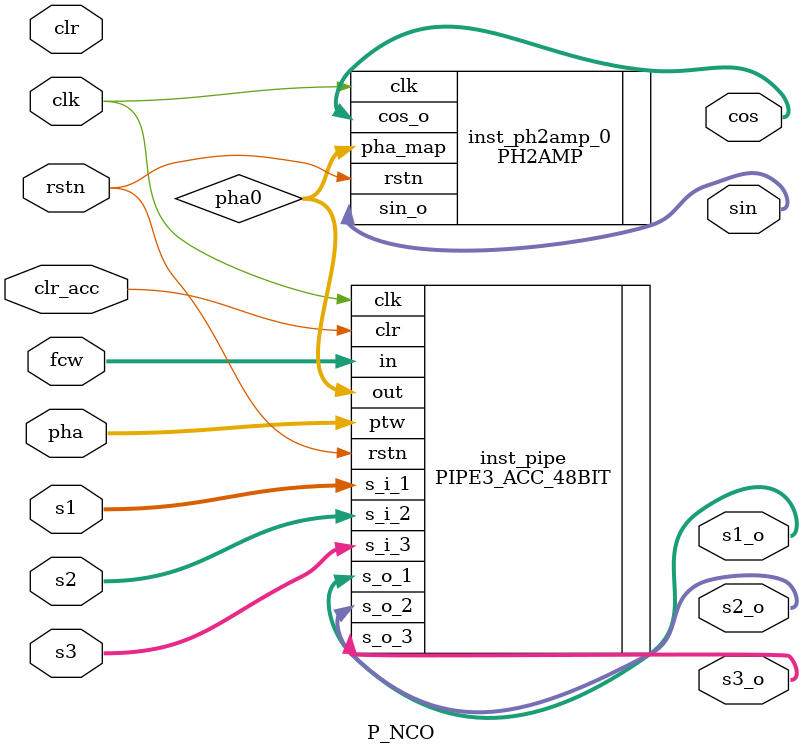
<source format=v>
module  P_NCO(
                 		clk,
                 		rstn,
                 		clr,
                 		clr_acc,
                 		pha,

		 		s1,
		 		s2,
		 		s3,
		 		
		 		s1_o,
		 		s2_o,
		 		s3_o,

                                fcw,

                                cos,
                                sin
                );

input               clk;
input               rstn;
input               clr;
input               clr_acc;
input   [15:0]      pha;

input	[15:0]	    s1;
input	[15:0]	    s2;
input	[15:0]	    s3;

output	[15:0]	    s1_o;	
output	[15:0]	    s2_o;
output	[15:0]	    s3_o;

output   [15:0]     cos;
output   [15:0]     sin;


input     [47:0]      fcw;


reg	[15:0]		pha_r;
always@(posedge clk or negedge rstn)
	if(!rstn)
		pha_r	<=	16'd0;
	else
		pha_r	<=	pha;

wire	[18:0]	pha0;

PIPE3_ACC_48BIT	inst_pipe(.clk(clk),.rstn(rstn),.in(fcw),.clr(clr_acc),.ptw(pha),.s_o_1(s1_o),.s_o_2(s2_o),.s_o_3(s3_o),.s_i_1(s1),.s_i_2(s2),.s_i_3(s3),.out(pha0));

PH2AMP inst_ph2amp_0(
       		.clk(clk)	,
       		.rstn(rstn)	,
                .pha_map(pha0)  ,
       		.sin_o(sin)	,
       		.cos_o(cos)	
       		);

endmodule                   

</source>
